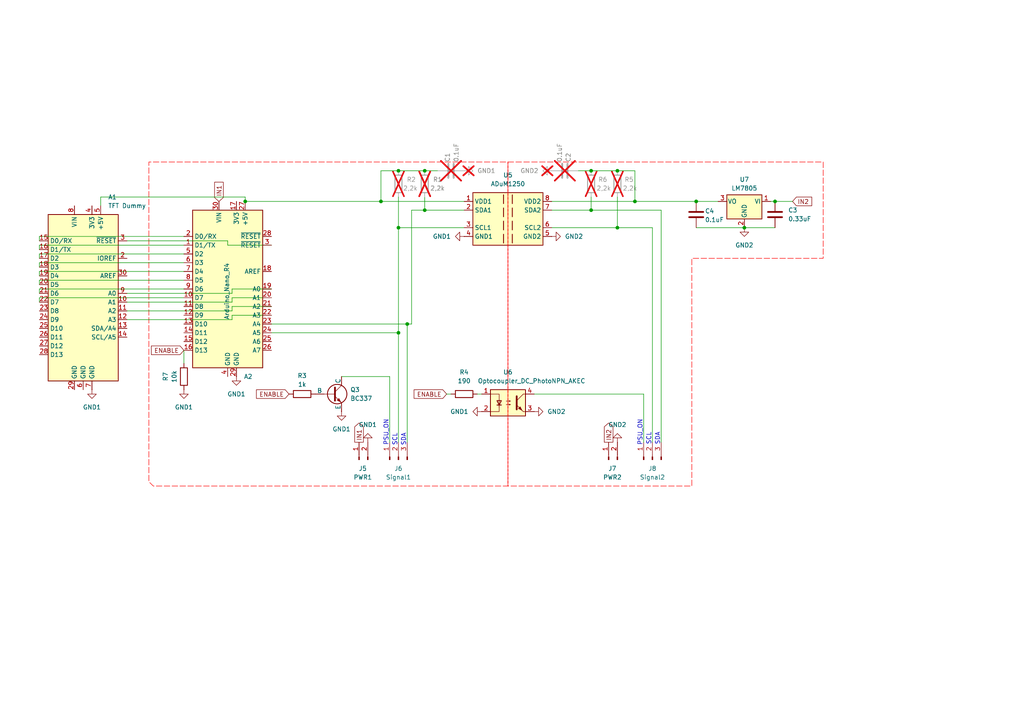
<source format=kicad_sch>
(kicad_sch (version 20250114) (generator "eeschema") (generator_version "9.0")
  (paper "A4")
  (title_block (rev "1.0"))
  (lib_symbols
    (symbol "Connector:Conn_01x02_Pin" (pin_names (offset 1.016) (hide yes))
      (property "Reference" "J" (at 0 2.54 0))
      (property "Value" "Conn_01x02_Pin" (at 0 -5.08 0))
      (symbol "Conn_01x02_Pin_1_1"
        (rectangle (start 0.8636 0.127) (end 0 -0.127) (stroke (width 0.1524)) (fill (type outline)))
        (rectangle (start 0.8636 -2.413) (end 0 -2.667) (stroke (width 0.1524)) (fill (type outline)))
        (polyline (pts (xy 1.27 0) (xy 0.8636 0)) (stroke (width 0.1524)))
        (polyline (pts (xy 1.27 -2.54) (xy 0.8636 -2.54)) (stroke (width 0.1524)))
        (pin passive line (at 5.08 0 180) (length 3.81) (name "Pin_1") (number "1"))
        (pin passive line (at 5.08 -2.54 180) (length 3.81) (name "Pin_2") (number "2"))
      )
    )
    (symbol "Connector:Conn_01x03_Pin" (pin_names (offset 1.016) (hide yes))
      (property "Reference" "J" (at 0 5.08 0))
      (property "Value" "Conn_01x03_Pin" (at 0 -5.08 0))
      (symbol "Conn_01x03_Pin_1_1"
        (rectangle (start 0.8636 2.667) (end 0 2.413) (stroke (width 0.1524)) (fill (type outline)))
        (rectangle (start 0.8636 0.127) (end 0 -0.127) (stroke (width 0.1524)) (fill (type outline)))
        (rectangle (start 0.8636 -2.413) (end 0 -2.667) (stroke (width 0.1524)) (fill (type outline)))
        (polyline (pts (xy 1.27 2.54) (xy 0.8636 2.54)) (stroke (width 0.1524)))
        (polyline (pts (xy 1.27 0) (xy 0.8636 0)) (stroke (width 0.1524)))
        (polyline (pts (xy 1.27 -2.54) (xy 0.8636 -2.54)) (stroke (width 0.1524)))
        (pin passive line (at 5.08 2.54 180) (length 3.81) (name "Pin_1") (number "1"))
        (pin passive line (at 5.08 0 180) (length 3.81) (name "Pin_2") (number "2"))
        (pin passive line (at 5.08 -2.54 180) (length 3.81) (name "Pin_3") (number "3"))
      )
    )
    (symbol "Device:C" (pin_numbers (hide yes)) (pin_names (offset 0.254))
      (property "Reference" "C" (at 0.635 2.54 0))
      (property "Value" "C" (at 0.635 -2.54 0))
      (symbol "C_0_1"
        (polyline (pts (xy -2.032 0.762) (xy 2.032 0.762)) (stroke (width 0.508)))
        (polyline (pts (xy -2.032 -0.762) (xy 2.032 -0.762)) (stroke (width 0.508)))
      )
      (symbol "C_1_1"
        (pin passive line (at 0 3.81 270) (length 2.794) (name "~") (number "1"))
        (pin passive line (at 0 -3.81 90) (length 2.794) (name "~") (number "2"))
      )
    )
    (symbol "Device:R" (pin_numbers (hide yes)) (pin_names (offset 0))
      (property "Reference" "R" (at 2.032 0 90))
      (property "Value" "R" (at 0 0 90))
      (symbol "R_0_1"
        (rectangle (start -1.016 -2.54) (end 1.016 2.54) (stroke (width 0.254)))
      )
      (symbol "R_1_1"
        (pin passive line (at 0 3.81 270) (length 1.27) (name "~") (number "1"))
        (pin passive line (at 0 -3.81 90) (length 1.27) (name "~") (number "2"))
      )
    )
    (symbol "Isolator:ADuM1250"
      (property "Reference" "U" (at -10.16 8.89 0))
      (property "Value" "ADuM1250" (at -2.032 8.89 0))
      (symbol "ADuM1250_0_1"
        (rectangle (start -10.16 7.62) (end 10.16 -7.62) (stroke (width 0.254)) (fill (type background)))
        (polyline (pts (xy -1.27 6.985) (xy -1.27 4.445)) (stroke (width 0.254)))
        (polyline (pts (xy -1.27 3.175) (xy -1.27 0.635)) (stroke (width 0.254)))
        (polyline (pts (xy -1.27 -0.635) (xy -1.27 -3.175)) (stroke (width 0.254)))
        (polyline (pts (xy -1.27 -4.445) (xy -1.27 -6.985)) (stroke (width 0.254)))
        (polyline (pts (xy 1.27 6.985) (xy 1.27 4.445)) (stroke (width 0.254)))
        (polyline (pts (xy 1.27 3.175) (xy 1.27 0.635)) (stroke (width 0.254)))
        (polyline (pts (xy 1.27 -0.635) (xy 1.27 -3.175)) (stroke (width 0.254)))
        (polyline (pts (xy 1.27 -4.445) (xy 1.27 -6.985)) (stroke (width 0.254)))
      )
      (symbol "ADuM1250_1_1"
        (pin power_in line (at -12.7 5.08 0) (length 2.54) (name "VDD1") (number "1"))
        (pin bidirectional line (at -12.7 2.54 0) (length 2.54) (name "SDA1") (number "2"))
        (pin bidirectional line (at -12.7 -2.54 0) (length 2.54) (name "SCL1") (number "3"))
        (pin power_in line (at -12.7 -5.08 0) (length 2.54) (name "GND1") (number "4"))
        (pin power_in line (at 12.7 5.08 180) (length 2.54) (name "VDD2") (number "8"))
        (pin bidirectional line (at 12.7 2.54 180) (length 2.54) (name "SDA2") (number "7"))
        (pin bidirectional line (at 12.7 -2.54 180) (length 2.54) (name "SCL2") (number "6"))
        (pin power_in line (at 12.7 -5.08 180) (length 2.54) (name "GND2") (number "5"))
      )
    )
    (symbol "Isolator:Optocoupler_DC_PhotoNPN_AKEC"
      (property "Reference" "U" (at -5.08 5.08 0))
      (property "Value" "Optocoupler_DC_PhotoNPN_AKEC" (at 0 5.08 0))
      (symbol "Optocoupler_DC_PhotoNPN_AKEC_0_1"
        (rectangle (start -5.08 3.81) (end 5.08 -3.81) (stroke (width 0.254)) (fill (type background)))
        (polyline (pts (xy -5.08 2.54) (xy -2.54 2.54) (xy -2.54 -1.27) (xy -2.54 0.635)))
        (polyline (pts (xy -3.175 -0.635) (xy -1.905 -0.635)) (stroke (width 0.254)))
        (polyline (pts (xy -2.54 -0.635) (xy -2.54 -2.54) (xy -5.08 -2.54)))
        (polyline (pts (xy -2.54 -0.635) (xy -3.175 0.635) (xy -1.905 0.635) (xy -2.54 -0.635)) (stroke (width 0.254)))
        (polyline (pts (xy -0.508 0.508) (xy 0.762 0.508) (xy 0.381 0.381) (xy 0.381 0.635) (xy 0.762 0.508)))
        (polyline (pts (xy -0.508 -0.508) (xy 0.762 -0.508) (xy 0.381 -0.635) (xy 0.381 -0.381) (xy 0.762 -0.508)))
        (polyline (pts (xy 2.54 1.905) (xy 2.54 -1.905)) (stroke (width 0.508)))
        (polyline (pts (xy 2.54 0.635) (xy 4.445 2.54)))
        (polyline (pts (xy 3.048 -1.651) (xy 3.556 -1.143) (xy 4.064 -2.159) (xy 3.048 -1.651)) (fill (type outline)))
        (polyline (pts (xy 4.445 2.54) (xy 5.08 2.54)))
        (polyline (pts (xy 4.445 -2.54) (xy 2.54 -0.635)) (fill (type outline)))
        (polyline (pts (xy 4.445 -2.54) (xy 5.08 -2.54)))
      )
      (symbol "Optocoupler_DC_PhotoNPN_AKEC_1_1"
        (pin passive line (at -7.62 2.54 0) (length 2.54) (name "~") (number "1"))
        (pin passive line (at -7.62 -2.54 0) (length 2.54) (name "~") (number "2"))
        (pin passive line (at 7.62 2.54 180) (length 2.54) (name "~") (number "4"))
        (pin passive line (at 7.62 -2.54 180) (length 2.54) (name "~") (number "3"))
      )
    )
    (symbol "MCU_Module:Arduino_Nano_v3.x"
      (property "Reference" "A" (at -10.16 23.495 0))
      (property "Value" "Arduino_Nano_v3.x" (at 5.08 -24.13 0))
      (symbol "Arduino_Nano_v3.x_0_1"
        (rectangle (start -10.16 22.86) (end 10.16 -22.86) (stroke (width 0.254)) (fill (type background)))
      )
      (symbol "Arduino_Nano_v3.x_1_1"
        (pin bidirectional line (at -12.7 15.24 0) (length 2.54) (name "D0/RX") (number "2"))
        (pin bidirectional line (at -12.7 12.7 0) (length 2.54) (name "D1/TX") (number "1"))
        (pin bidirectional line (at -12.7 10.16 0) (length 2.54) (name "D2") (number "5"))
        (pin bidirectional line (at -12.7 7.62 0) (length 2.54) (name "D3") (number "6"))
        (pin bidirectional line (at -12.7 5.08 0) (length 2.54) (name "D4") (number "7"))
        (pin bidirectional line (at -12.7 2.54 0) (length 2.54) (name "D5") (number "8"))
        (pin bidirectional line (at -12.7 0 0) (length 2.54) (name "D6") (number "9"))
        (pin bidirectional line (at -12.7 -2.54 0) (length 2.54) (name "D7") (number "10"))
        (pin bidirectional line (at -12.7 -5.08 0) (length 2.54) (name "D8") (number "11"))
        (pin bidirectional line (at -12.7 -7.62 0) (length 2.54) (name "D9") (number "12"))
        (pin bidirectional line (at -12.7 -10.16 0) (length 2.54) (name "D10") (number "13"))
        (pin bidirectional line (at -12.7 -12.7 0) (length 2.54) (name "D11") (number "14"))
        (pin bidirectional line (at -12.7 -15.24 0) (length 2.54) (name "D12") (number "15"))
        (pin bidirectional line (at -12.7 -17.78 0) (length 2.54) (name "D13") (number "16"))
        (pin power_in line (at -2.54 25.4 270) (length 2.54) (name "VIN") (number "30"))
        (pin power_in line (at 0 -25.4 90) (length 2.54) (name "GND") (number "4"))
        (pin power_out line (at 2.54 25.4 270) (length 2.54) (name "3V3") (number "17"))
        (pin power_in line (at 2.54 -25.4 90) (length 2.54) (name "GND") (number "29"))
        (pin power_out line (at 5.08 25.4 270) (length 2.54) (name "+5V") (number "27"))
        (pin input line (at 12.7 15.24 180) (length 2.54) (name "~{RESET}") (number "28"))
        (pin input line (at 12.7 12.7 180) (length 2.54) (name "~{RESET}") (number "3"))
        (pin input line (at 12.7 5.08 180) (length 2.54) (name "AREF") (number "18"))
        (pin bidirectional line (at 12.7 0 180) (length 2.54) (name "A0") (number "19"))
        (pin bidirectional line (at 12.7 -2.54 180) (length 2.54) (name "A1") (number "20"))
        (pin bidirectional line (at 12.7 -5.08 180) (length 2.54) (name "A2") (number "21"))
        (pin bidirectional line (at 12.7 -7.62 180) (length 2.54) (name "A3") (number "22"))
        (pin bidirectional line (at 12.7 -10.16 180) (length 2.54) (name "A4") (number "23"))
        (pin bidirectional line (at 12.7 -12.7 180) (length 2.54) (name "A5") (number "24"))
        (pin bidirectional line (at 12.7 -15.24 180) (length 2.54) (name "A6") (number "25"))
        (pin bidirectional line (at 12.7 -17.78 180) (length 2.54) (name "A7") (number "26"))
      )
    )
    (symbol "MCU_Module:Arduino_UNO_R2"
      (property "Reference" "A" (at -10.16 23.495 0))
      (property "Value" "Arduino_UNO_R2" (at 5.08 -26.67 0))
      (symbol "Arduino_UNO_R2_0_1"
        (rectangle (start -10.16 22.86) (end 10.16 -25.4) (stroke (width 0.254)) (fill (type background)))
      )
      (symbol "Arduino_UNO_R2_1_1"
        (pin bidirectional line (at -12.7 15.24 0) (length 2.54) (name "D0/RX") (number "15"))
        (pin bidirectional line (at -12.7 12.7 0) (length 2.54) (name "D1/TX") (number "16"))
        (pin bidirectional line (at -12.7 10.16 0) (length 2.54) (name "D2") (number "17"))
        (pin bidirectional line (at -12.7 7.62 0) (length 2.54) (name "D3") (number "18"))
        (pin bidirectional line (at -12.7 5.08 0) (length 2.54) (name "D4") (number "19"))
        (pin bidirectional line (at -12.7 2.54 0) (length 2.54) (name "D5") (number "20"))
        (pin bidirectional line (at -12.7 0 0) (length 2.54) (name "D6") (number "21"))
        (pin bidirectional line (at -12.7 -2.54 0) (length 2.54) (name "D7") (number "22"))
        (pin bidirectional line (at -12.7 -5.08 0) (length 2.54) (name "D8") (number "23"))
        (pin bidirectional line (at -12.7 -7.62 0) (length 2.54) (name "D9") (number "24"))
        (pin bidirectional line (at -12.7 -10.16 0) (length 2.54) (name "D10") (number "25"))
        (pin bidirectional line (at -12.7 -12.7 0) (length 2.54) (name "D11") (number "26"))
        (pin bidirectional line (at -12.7 -15.24 0) (length 2.54) (name "D12") (number "27"))
        (pin bidirectional line (at -12.7 -17.78 0) (length 2.54) (name "D13") (number "28"))
        (pin no_connect line (at -10.16 -20.32 0) (length 2.54) (hide yes) (name "NC") (number "1"))
        (pin power_in line (at -2.54 25.4 270) (length 2.54) (name "VIN") (number "8"))
        (pin power_in line (at -2.54 -27.94 90) (length 2.54) (name "GND") (number "29"))
        (pin power_in line (at 0 -27.94 90) (length 2.54) (name "GND") (number "6"))
        (pin power_out line (at 2.54 25.4 270) (length 2.54) (name "3V3") (number "4"))
        (pin power_in line (at 2.54 -27.94 90) (length 2.54) (name "GND") (number "7"))
        (pin power_out line (at 5.08 25.4 270) (length 2.54) (name "+5V") (number "5"))
        (pin input line (at 12.7 15.24 180) (length 2.54) (name "~{RESET}") (number "3"))
        (pin output line (at 12.7 10.16 180) (length 2.54) (name "IOREF") (number "2"))
        (pin input line (at 12.7 5.08 180) (length 2.54) (name "AREF") (number "30"))
        (pin bidirectional line (at 12.7 0 180) (length 2.54) (name "A0") (number "9"))
        (pin bidirectional line (at 12.7 -2.54 180) (length 2.54) (name "A1") (number "10"))
        (pin bidirectional line (at 12.7 -5.08 180) (length 2.54) (name "A2") (number "11"))
        (pin bidirectional line (at 12.7 -7.62 180) (length 2.54) (name "A3") (number "12"))
        (pin bidirectional line (at 12.7 -10.16 180) (length 2.54) (name "SDA/A4") (number "13"))
        (pin bidirectional line (at 12.7 -12.7 180) (length 2.54) (name "SCL/A5") (number "14"))
      )
    )
    (symbol "Regulator_Linear:LM7805_TO220" (pin_names (offset 0.254))
      (property "Reference" "U" (at -3.81 3.175 0))
      (property "Value" "LM7805_TO220" (at 0 3.175 0))
      (symbol "LM7805_TO220_0_1"
        (rectangle (start -5.08 1.905) (end 5.08 -5.08) (stroke (width 0.254)) (fill (type background)))
      )
      (symbol "LM7805_TO220_1_1"
        (pin power_in line (at -7.62 0 0) (length 2.54) (name "VI") (number "1"))
        (pin power_in line (at 0 -7.62 90) (length 2.54) (name "GND") (number "2"))
        (pin power_out line (at 7.62 0 180) (length 2.54) (name "VO") (number "3"))
      )
    )
    (symbol "Simulation_SPICE:NPN" (pin_numbers (hide yes)) (pin_names (offset 0))
      (property "Reference" "Q" (at -2.54 7.62 0))
      (property "Value" "NPN" (at -2.54 5.08 0))
      (symbol "NPN_0_1"
        (polyline (pts (xy -2.54 0) (xy 0.635 0)) (stroke (width 0.1524)))
        (polyline (pts (xy 0.635 1.905) (xy 0.635 -1.905) (xy 0.635 -1.905)) (stroke (width 0.508)))
        (polyline (pts (xy 0.635 0.635) (xy 2.54 2.54)))
        (polyline (pts (xy 0.635 -0.635) (xy 2.54 -2.54) (xy 2.54 -2.54)))
        (circle (center 1.27 0) (radius 2.8194) (stroke (width 0.254)))
        (polyline (pts (xy 1.27 -1.778) (xy 1.778 -1.27) (xy 2.286 -2.286) (xy 1.27 -1.778) (xy 1.27 -1.778)) (fill (type outline)))
        (polyline (pts (xy 2.794 -1.27) (xy 2.794 -1.27)) (stroke (width 0.1524)))
        (polyline (pts (xy 2.794 -1.27) (xy 2.794 -1.27)) (stroke (width 0.1524)))
      )
      (symbol "NPN_1_1"
        (pin input line (at -5.08 0 0) (length 2.54) (name "B") (number "2"))
        (pin open_collector line (at 2.54 5.08 270) (length 2.54) (name "C") (number "1"))
        (pin open_emitter line (at 2.54 -5.08 90) (length 2.54) (name "E") (number "3"))
      )
    )
    (symbol "power:GND1" (power) (pin_numbers (hide yes)) (pin_names (offset 0) (hide yes))
      (property "Value" "GND1" (at 0 -3.81 0))
      (symbol "GND1_0_1"
        (polyline (pts (xy 0 0) (xy 0 -1.27) (xy 1.27 -1.27) (xy 0 -2.54) (xy -1.27 -1.27) (xy 0 -1.27)))
      )
      (symbol "GND1_1_1"
        (pin power_in line (at 0 0 270) (length 0) (name "~") (number "1"))
      )
    )
    (symbol "power:GND2" (power) (pin_numbers (hide yes)) (pin_names (offset 0) (hide yes))
      (property "Value" "GND2" (at 0 -3.81 0))
      (symbol "GND2_0_1"
        (polyline (pts (xy 0 0) (xy 0 -1.27) (xy 1.27 -1.27) (xy 0 -2.54) (xy -1.27 -1.27) (xy 0 -1.27)))
      )
      (symbol "GND2_1_1"
        (pin power_in line (at 0 0 270) (length 0) (name "~") (number "1"))
      )
    )
  )
  (text "SCL" (at 188.214 127.254 90) (effects (font (size 1.27 1.27))))
  (text "PSU_ON" (at 112.014 125.476 90) (effects (font (size 1.27 1.27))))
  (text "SCL" (at 114.554 127.508 90) (effects (font (size 1.27 1.27))))
  (text "PSU_ON" (at 185.674 125.476 90) (effects (font (size 1.27 1.27))))
  (text "SDA" (at 190.754 127.254 90) (effects (font (size 1.27 1.27))))
  (text "SDA" (at 117.094 127.508 90) (effects (font (size 1.27 1.27))))
  (junction (at 71.12 58.42))
  (junction (at 179.07 49.53))
  (junction (at 179.07 66.04))
  (junction (at 171.45 49.53))
  (junction (at 224.79 58.42))
  (junction (at 171.45 60.96))
  (junction (at 123.19 60.96))
  (junction (at 115.57 96.52))
  (junction (at 118.11 93.98))
  (junction (at 123.19 49.53))
  (junction (at 115.57 49.53))
  (junction (at 184.15 58.42))
  (junction (at 110.49 58.42))
  (junction (at 201.93 58.42))
  (junction (at 215.9 66.04))
  (junction (at 115.57 66.04))
  (wire (pts (xy 189.23 66.04) (xy 189.23 128.27)))
  (wire (pts (xy 11.43 71.12) (xy 11.43 72.39)))
  (wire (pts (xy 208.28 58.42) (xy 201.93 58.42)))
  (wire (pts (xy 78.74 71.12) (xy 66.04 71.12)))
  (wire (pts (xy 186.69 114.3) (xy 186.69 128.27)))
  (wire (pts (xy 184.15 58.42) (xy 201.93 58.42)))
  (wire (pts (xy 171.45 60.96) (xy 191.77 60.96)))
  (wire (pts (xy 167.64 49.53) (xy 171.45 49.53)))
  (wire (pts (xy 138.43 114.3) (xy 139.7 114.3)))
  (wire (pts (xy 36.83 69.85) (xy 66.04 69.85)))
  (wire (pts (xy 67.31 85.09) (xy 36.83 85.09)))
  (wire (pts (xy 11.43 68.58) (xy 11.43 69.85)))
  (wire (pts (xy 110.49 58.42) (xy 134.62 58.42)))
  (wire (pts (xy 67.31 83.82) (xy 67.31 85.09)))
  (wire (pts (xy 53.34 68.58) (xy 11.43 68.58)))
  (wire (pts (xy 71.12 58.42) (xy 71.12 57.15)))
  (wire (pts (xy 53.34 73.66) (xy 11.43 73.66)))
  (wire (pts (xy 123.19 57.15) (xy 123.19 60.96)))
  (wire (pts (xy 119.38 93.98) (xy 118.11 93.98)))
  (wire (pts (xy 160.02 58.42) (xy 184.15 58.42)))
  (wire (pts (xy 154.94 114.3) (xy 186.69 114.3)))
  (wire (pts (xy 179.07 66.04) (xy 189.23 66.04)))
  (wire (pts (xy 115.57 96.52) (xy 115.57 128.27)))
  (wire (pts (xy 224.79 58.42) (xy 229.87 58.42)))
  (wire (pts (xy 171.45 57.15) (xy 171.45 60.96)))
  (wire (pts (xy 53.34 86.36) (xy 11.43 86.36)))
  (wire (pts (xy 11.43 78.74) (xy 11.43 80.01)))
  (wire (pts (xy 11.43 86.36) (xy 11.43 87.63)))
  (wire (pts (xy 119.38 60.96) (xy 123.19 60.96)))
  (wire (pts (xy 184.15 58.42) (xy 184.15 49.53)))
  (wire (pts (xy 53.34 76.2) (xy 11.43 76.2)))
  (wire (pts (xy 119.38 93.98) (xy 119.38 60.96)))
  (wire (pts (xy 123.19 49.53) (xy 127 49.53)))
  (wire (pts (xy 78.74 93.98) (xy 118.11 93.98)))
  (wire (pts (xy 191.77 128.27) (xy 191.77 60.96)))
  (wire (pts (xy 110.49 49.53) (xy 115.57 49.53)))
  (wire (pts (xy 115.57 57.15) (xy 115.57 66.04)))
  (wire (pts (xy 115.57 96.52) (xy 115.57 66.04)))
  (wire (pts (xy 11.43 73.66) (xy 11.43 74.93)))
  (wire (pts (xy 71.12 57.15) (xy 29.21 57.15)))
  (wire (pts (xy 53.34 71.12) (xy 11.43 71.12)))
  (wire (pts (xy 11.43 76.2) (xy 11.43 77.47)))
  (wire (pts (xy 160.02 60.96) (xy 171.45 60.96)))
  (wire (pts (xy 215.9 66.04) (xy 224.79 66.04)))
  (wire (pts (xy 113.03 128.27) (xy 113.03 109.22)))
  (wire (pts (xy 78.74 86.36) (xy 67.31 86.36)))
  (wire (pts (xy 118.11 128.27) (xy 118.11 93.98)))
  (wire (pts (xy 53.34 101.6) (xy 53.34 105.41)))
  (wire (pts (xy 110.49 58.42) (xy 110.49 49.53)))
  (wire (pts (xy 78.74 83.82) (xy 67.31 83.82)))
  (wire (pts (xy 123.19 49.53) (xy 115.57 49.53)))
  (wire (pts (xy 223.52 58.42) (xy 224.79 58.42)))
  (wire (pts (xy 11.43 83.82) (xy 11.43 85.09)))
  (wire (pts (xy 36.83 87.63) (xy 67.31 87.63)))
  (wire (pts (xy 29.21 57.15) (xy 29.21 59.69)))
  (wire (pts (xy 78.74 88.9) (xy 67.31 88.9)))
  (wire (pts (xy 129.54 114.3) (xy 130.81 114.3)))
  (wire (pts (xy 160.02 66.04) (xy 179.07 66.04)))
  (wire (pts (xy 53.34 83.82) (xy 11.43 83.82)))
  (wire (pts (xy 123.19 60.96) (xy 134.62 60.96)))
  (wire (pts (xy 36.83 90.17) (xy 67.31 90.17)))
  (wire (pts (xy 179.07 57.15) (xy 179.07 66.04)))
  (wire (pts (xy 67.31 88.9) (xy 67.31 90.17)))
  (wire (pts (xy 67.31 86.36) (xy 67.31 87.63)))
  (wire (pts (xy 115.57 66.04) (xy 134.62 66.04)))
  (wire (pts (xy 11.43 81.28) (xy 11.43 82.55)))
  (wire (pts (xy 67.31 91.44) (xy 67.31 92.71)))
  (wire (pts (xy 201.93 66.04) (xy 215.9 66.04)))
  (wire (pts (xy 78.74 96.52) (xy 115.57 96.52)))
  (wire (pts (xy 184.15 49.53) (xy 179.07 49.53)))
  (wire (pts (xy 78.74 91.44) (xy 67.31 91.44)))
  (wire (pts (xy 71.12 58.42) (xy 110.49 58.42)))
  (wire (pts (xy 53.34 81.28) (xy 11.43 81.28)))
  (wire (pts (xy 171.45 49.53) (xy 179.07 49.53)))
  (wire (pts (xy 66.04 71.12) (xy 66.04 69.85)))
  (wire (pts (xy 113.03 109.22) (xy 99.06 109.22)))
  (wire (pts (xy 67.31 92.71) (xy 36.83 92.71)))
  (wire (pts (xy 53.34 78.74) (xy 11.43 78.74)))
  (global_label "ENABLE" (shape input) (at 129.54 114.3 180) (property "Intersheetrefs" "${INTERSHEET_REFS}" (effects (hide yes))))
  (global_label "IN2" (shape output) (at 176.53 128.27 90) (property "Intersheetrefs" "${INTERSHEET_REFS}" (effects (hide yes))))
  (global_label "ENABLE" (shape input) (at 53.34 101.6 180) (property "Intersheetrefs" "${INTERSHEET_REFS}" (effects (hide yes))))
  (global_label "ENABLE" (shape input) (at 83.82 114.3 180) (property "Intersheetrefs" "${INTERSHEET_REFS}" (effects (hide yes))))
  (global_label "IN2" (shape input) (at 229.87 58.42 0) (property "Intersheetrefs" "${INTERSHEET_REFS}" (effects (hide yes))))
  (global_label "IN1" (shape input) (at 63.5 58.42 90) (property "Intersheetrefs" "${INTERSHEET_REFS}" (effects (hide yes))))
  (global_label "IN1" (shape output) (at 104.14 128.27 90) (property "Intersheetrefs" "${INTERSHEET_REFS}" (effects (hide yes))))
  (rule_area (polyline (pts (xy 147.32 46.99) (xy 147.32 140.97) (xy 44.45 140.97) (xy 43.18 139.7) (xy 43.18 46.99)) (stroke (width 0) (type dash))))
  (rule_area (polyline (pts (xy 147.32 46.99) (xy 238.76 46.99) (xy 238.76 74.93) (xy 200.66 74.93) (xy 200.66 140.97) (xy 147.32 140.97)) (stroke (width 0) (type dash))))
  (symbol (lib_id "Device:C") (at 201.93 62.23 0) (unit 1)
    (property "Reference" "C4" (at 204.47 61.214 0) (effects (justify left)))
    (property "Value" "0.1uF" (at 204.47 63.754 0) (effects (justify left)))
    (property "Footprint" "Capacitor_SMD:C_0201_0603Metric" (effects (hide yes)))
    (property "Description" "Unpolarized capacitor" (effects (hide yes)))
  )
  (symbol (lib_id "Device:R") (at 123.19 53.34 0) (mirror x) (unit 1) (exclude_from_sim yes) (in_bom no) (on_board no) (dnp yes)
    (property "Reference" "R1" (at 128.27 52.07 0) (effects (justify right)))
    (property "Value" "2,2k" (at 129.032 54.61 0) (effects (justify right)))
    (property "Description" "Resistor" (effects (hide yes)))
  )
  (symbol (lib_id "Device:C") (at 163.83 49.53 270) (mirror x) (unit 1) (exclude_from_sim yes) (in_bom no) (on_board no) (dnp yes)
    (property "Reference" "C2" (at 164.846 46.99 0) (effects (justify left)))
    (property "Value" "0.1uF" (at 162.306 46.99 0) (effects (justify left)))
    (property "Description" "Unpolarized capacitor" (effects (hide yes)))
  )
  (symbol (lib_id "power:GND1") (at 139.7 119.38 270) (unit 1)
    (property "Reference" "#PWR015" (effects (hide yes)))
    (property "Value" "GND1" (at 135.89 119.3799 90) (effects (justify right)))
    (property "Description" "Power symbol creates a global label with name \"GND1\" , ground" (effects (hide yes)))
  )
  (symbol (lib_id "power:GND1") (at 134.62 49.53 90) (unit 1) (exclude_from_sim yes) (in_bom no) (on_board no) (dnp yes)
    (property "Reference" "#PWR01" (effects (hide yes)))
    (property "Value" "GND1" (at 138.43 49.5299 90) (effects (justify right)))
    (property "Description" "Power symbol creates a global label with name \"GND1\" , ground" (effects (hide yes)))
  )
  (symbol (lib_id "Device:R") (at 53.34 109.22 0) (unit 1)
    (property "Reference" "R7" (at 48.006 109.22 90))
    (property "Value" "10k" (at 50.546 109.22 90))
    (property "Footprint" "Resistor_SMD:R_0201_0603Metric" (effects (hide yes)))
    (property "Description" "Resistor" (effects (hide yes)))
  )
  (symbol (lib_id "power:GND1") (at 26.67 113.03 0) (unit 1)
    (property "Reference" "#PWR04" (effects (hide yes)))
    (property "Value" "GND1" (at 26.67 118.11 0))
    (property "Description" "Power symbol creates a global label with name \"GND1\" , ground" (effects (hide yes)))
  )
  (symbol (lib_id "MCU_Module:Arduino_Nano_v3.x") (at 66.04 83.82 0) (unit 1)
    (property "Reference" "A2" (at 70.7233 109.22 0) (effects (justify left)))
    (property "Value" "Arduino_Nano_R4" (at 65.786 92.71 90) (effects (justify left)))
    (property "Footprint" "Module:Arduino_Nano" (effects (hide yes)))
    (property "Datasheet" "http://www.mouser.com/pdfdocs/Gravitech_Arduino_Nano3_0.pdf" (effects (hide yes)))
    (property "Description" "Arduino Nano v3.x" (effects (hide yes)))
  )
  (symbol (lib_id "MCU_Module:Arduino_UNO_R2") (at 24.13 85.09 0) (unit 1)
    (property "Reference" "A1" (at 31.3533 57.15 0) (effects (justify left)))
    (property "Value" "TFT Dummy" (at 31.3533 59.69 0) (effects (justify left)))
    (property "Footprint" "Module:Arduino_UNO_R2" (effects (hide yes)))
    (property "Datasheet" "https://www.arduino.cc/en/Main/arduinoBoardUno" (effects (hide yes)))
    (property "Description" "Arduino UNO Microcontroller Module, release 2" (effects (hide yes)))
  )
  (symbol (lib_id "power:GND1") (at 68.58 109.22 0) (unit 1)
    (property "Reference" "#PWR011" (effects (hide yes)))
    (property "Value" "GND1" (at 68.58 114.3 0))
    (property "Description" "Power symbol creates a global label with name \"GND1\" , ground" (effects (hide yes)))
  )
  (symbol (lib_id "Device:C") (at 130.81 49.53 90) (unit 1) (exclude_from_sim yes) (in_bom no) (on_board no) (dnp yes)
    (property "Reference" "C1" (at 129.794 46.99 0) (effects (justify left)))
    (property "Value" "0.1uF" (at 132.334 46.99 0) (effects (justify left)))
    (property "Description" "Unpolarized capacitor" (effects (hide yes)))
  )
  (symbol (lib_id "power:GND2") (at 160.02 68.58 90) (unit 1)
    (property "Reference" "#PWR016" (effects (hide yes)))
    (property "Value" "GND2" (at 163.83 68.5799 90) (effects (justify right)))
    (property "Description" "Power symbol creates a global label with name \"GND2\" , ground" (effects (hide yes)))
  )
  (symbol (lib_id "Device:R") (at 134.62 114.3 270) (unit 1)
    (property "Reference" "R4" (at 134.62 107.95 90))
    (property "Value" "190" (at 134.62 110.49 90))
    (property "Footprint" "Resistor_SMD:R_0201_0603Metric" (effects (hide yes)))
    (property "Description" "Resistor" (effects (hide yes)))
  )
  (symbol (lib_id "Device:R") (at 87.63 114.3 270) (unit 1)
    (property "Reference" "R3" (at 87.63 108.966 90))
    (property "Value" "1k" (at 87.63 111.506 90))
    (property "Footprint" "Resistor_SMD:R_0201_0603Metric" (effects (hide yes)))
    (property "Description" "Resistor" (effects (hide yes)))
  )
  (symbol (lib_id "power:GND2") (at 179.07 128.27 180) (unit 1)
    (property "Reference" "#PWR019" (effects (hide yes)))
    (property "Value" "GND2" (at 179.07 123.19 0))
    (property "Description" "Power symbol creates a global label with name \"GND2\" , ground" (effects (hide yes)))
  )
  (symbol (lib_id "Regulator_Linear:LM7805_TO220") (at 215.9 58.42 0) (mirror y) (unit 1)
    (property "Reference" "U7" (at 215.9 52.07 0))
    (property "Value" "LM7805" (at 215.9 54.61 0))
    (property "Footprint" "Package_TO_SOT_SMD:SOT-223-3_TabPin2" (effects (hide yes)))
    (property "Datasheet" "https://www.onsemi.cn/PowerSolutions/document/MC7800-D.PDF" (effects (hide yes)))
    (property "Description" "Positive 1A 35V Linear Regulator, Fixed Output 5V, TO-220" (effects (hide yes)))
  )
  (symbol (lib_id "Device:C") (at 224.79 62.23 0) (unit 1)
    (property "Reference" "C3" (at 228.6 60.9599 0) (effects (justify left)))
    (property "Value" "0.33uF" (at 228.6 63.4999 0) (effects (justify left)))
    (property "Footprint" "Capacitor_SMD:C_0201_0603Metric" (effects (hide yes)))
    (property "Description" "Unpolarized capacitor" (effects (hide yes)))
  )
  (symbol (lib_id "power:GND1") (at 53.34 113.03 0) (unit 1)
    (property "Reference" "#PWR03" (effects (hide yes)))
    (property "Value" "GND1" (at 53.34 118.11 0))
    (property "Description" "Power symbol creates a global label with name \"GND1\" , ground" (effects (hide yes)))
  )
  (symbol (lib_id "power:GND1") (at 134.62 68.58 270) (unit 1)
    (property "Reference" "#PWR014" (effects (hide yes)))
    (property "Value" "GND1" (at 130.81 68.5799 90) (effects (justify right)))
    (property "Description" "Power symbol creates a global label with name \"GND1\" , ground" (effects (hide yes)))
  )
  (symbol (lib_id "Connector:Conn_01x02_Pin") (at 104.14 133.35 90) (unit 1)
    (property "Reference" "J5" (at 106.426 135.89 90) (effects (justify left)))
    (property "Value" "PWR1" (at 107.95 138.43 90) (effects (justify left)))
    (property "Footprint" "Connector_PinHeader_2.54mm:PinHeader_1x02_P2.54mm_Vertical" (effects (hide yes)))
    (property "Description" "Generic connector, single row, 01x02, script generated" (effects (hide yes)))
  )
  (symbol (lib_id "power:GND2") (at 160.02 49.53 270) (mirror x) (unit 1) (exclude_from_sim yes) (in_bom no) (on_board no) (dnp yes)
    (property "Reference" "#PWR02" (effects (hide yes)))
    (property "Value" "GND2" (at 156.21 49.5299 90) (effects (justify right)))
    (property "Description" "Power symbol creates a global label with name \"GND2\" , ground" (effects (hide yes)))
  )
  (symbol (lib_id "power:GND2") (at 215.9 66.04 0) (mirror y) (unit 1)
    (property "Reference" "#PWR018" (effects (hide yes)))
    (property "Value" "GND2" (at 215.9 71.12 0))
    (property "Description" "Power symbol creates a global label with name \"GND2\" , ground" (effects (hide yes)))
  )
  (symbol (lib_id "Isolator:Optocoupler_DC_PhotoNPN_AKEC") (at 147.32 116.84 0) (unit 1)
    (property "Reference" "U6" (at 147.32 107.95 0))
    (property "Value" "Optocoupler_DC_PhotoNPN_AKEC" (at 154.178 110.49 0))
    (property "Footprint" "Package_DIP:DIP-4_W7.62mm_SMDSocket_SmallPads" (effects (hide yes)))
    (property "Description" "Generic DC optocoupler with NPN phototransistor output, pins order: anode/cathode/emitter/collector" (effects (hide yes)))
  )
  (symbol (lib_id "Connector:Conn_01x03_Pin") (at 189.23 133.35 90) (unit 1)
    (property "Reference" "J8" (at 189.23 135.89 90))
    (property "Value" "Signal2" (at 189.23 138.43 90))
    (property "Footprint" "Connector_PinHeader_2.54mm:PinHeader_1x03_P2.54mm_Vertical" (effects (hide yes)))
    (property "Description" "Generic connector, single row, 01x03, script generated" (effects (hide yes)))
  )
  (symbol (lib_id "Device:R") (at 179.07 53.34 180) (unit 1) (exclude_from_sim yes) (in_bom no) (on_board no) (dnp yes)
    (property "Reference" "R5" (at 181.102 52.07 0) (effects (justify right)))
    (property "Value" "2,2k" (at 180.594 54.61 0) (effects (justify right)))
    (property "Description" "Resistor" (effects (hide yes)))
  )
  (symbol (lib_id "Isolator:ADuM1250") (at 147.32 63.5 0) (unit 1)
    (property "Reference" "U5" (at 147.32 50.8 0))
    (property "Value" "ADuM1250" (at 147.32 53.34 0))
    (property "Footprint" "Package_SO:SOIC-8_3.9x4.9mm_P1.27mm" (effects (hide yes)))
    (property "Datasheet" "https://www.analog.com/media/en/technical-documentation/data-sheets/ADuM1250_1251.pdf" (effects (hide yes)))
    (property "Description" "Dual-channel I2C digital isolator, Bidirectional communication, 3V/5V level translation, SOIC-8" (effects (hide yes)))
  )
  (symbol (lib_id "power:GND2") (at 154.94 119.38 90) (unit 1)
    (property "Reference" "#PWR017" (effects (hide yes)))
    (property "Value" "GND2" (at 158.75 119.3799 90) (effects (justify right)))
    (property "Description" "Power symbol creates a global label with name \"GND2\" , ground" (effects (hide yes)))
  )
  (symbol (lib_id "power:GND1") (at 99.06 119.38 0) (unit 1)
    (property "Reference" "#PWR012" (effects (hide yes)))
    (property "Value" "GND1" (at 99.06 124.46 0))
    (property "Description" "Power symbol creates a global label with name \"GND1\" , ground" (effects (hide yes)))
  )
  (symbol (lib_id "Connector:Conn_01x03_Pin") (at 115.57 133.35 90) (unit 1)
    (property "Reference" "J6" (at 115.57 135.89 90))
    (property "Value" "Signal1" (at 115.57 138.43 90))
    (property "Footprint" "Connector_PinHeader_2.54mm:PinHeader_1x03_P2.54mm_Vertical" (effects (hide yes)))
    (property "Description" "Generic connector, single row, 01x03, script generated" (effects (hide yes)))
  )
  (symbol (lib_id "Connector:Conn_01x02_Pin") (at 176.53 133.35 90) (unit 1)
    (property "Reference" "J7" (at 178.816 135.89 90) (effects (justify left)))
    (property "Value" "PWR2" (at 180.34 138.43 90) (effects (justify left)))
    (property "Footprint" "Connector_PinHeader_2.54mm:PinHeader_1x02_P2.54mm_Vertical" (effects (hide yes)))
    (property "Description" "Generic connector, single row, 01x02, script generated" (effects (hide yes)))
  )
  (symbol (lib_id "Device:R") (at 115.57 53.34 0) (mirror x) (unit 1) (exclude_from_sim yes) (in_bom no) (on_board no) (dnp yes)
    (property "Reference" "R2" (at 120.65 52.07 0) (effects (justify right)))
    (property "Value" "2,2k" (at 121.158 54.61 0) (effects (justify right)))
    (property "Description" "Resistor" (effects (hide yes)))
  )
  (symbol (lib_id "Device:R") (at 171.45 53.34 180) (unit 1) (exclude_from_sim yes) (in_bom no) (on_board no) (dnp yes)
    (property "Reference" "R6" (at 173.482 52.07 0) (effects (justify right)))
    (property "Value" "2,2k" (at 172.974 54.61 0) (effects (justify right)))
    (property "Description" "Resistor" (effects (hide yes)))
  )
  (symbol (lib_id "Simulation_SPICE:NPN") (at 96.52 114.3 0) (unit 1)
    (property "Reference" "Q3" (at 101.6 113.0299 0) (effects (justify left)))
    (property "Value" "BC337" (at 101.6 115.5699 0) (effects (justify left)))
    (property "Footprint" "Package_TO_SOT_THT:TO-92" (effects (hide yes)))
    (property "Datasheet" "https://ngspice.sourceforge.io/docs/ngspice-html-manual/manual.xhtml#cha_BJTs" (effects (hide yes)))
    (property "Description" "Bipolar transistor symbol for simulation only, substrate tied to the emitter" (effects (hide yes)))
    (property "Sim.Device" "NPN" (effects (hide yes)))
    (property "Sim.Type" "GUMMELPOON" (effects (hide yes)))
    (property "Sim.Pins" "1=C 2=B 3=E" (effects (hide yes)))
  )
  (symbol (lib_id "power:GND1") (at 106.68 128.27 180) (unit 1)
    (property "Reference" "#PWR013" (effects (hide yes)))
    (property "Value" "GND1" (at 106.68 123.19 0))
    (property "Description" "Power symbol creates a global label with name \"GND1\" , ground" (effects (hide yes)))
  )
)
</source>
